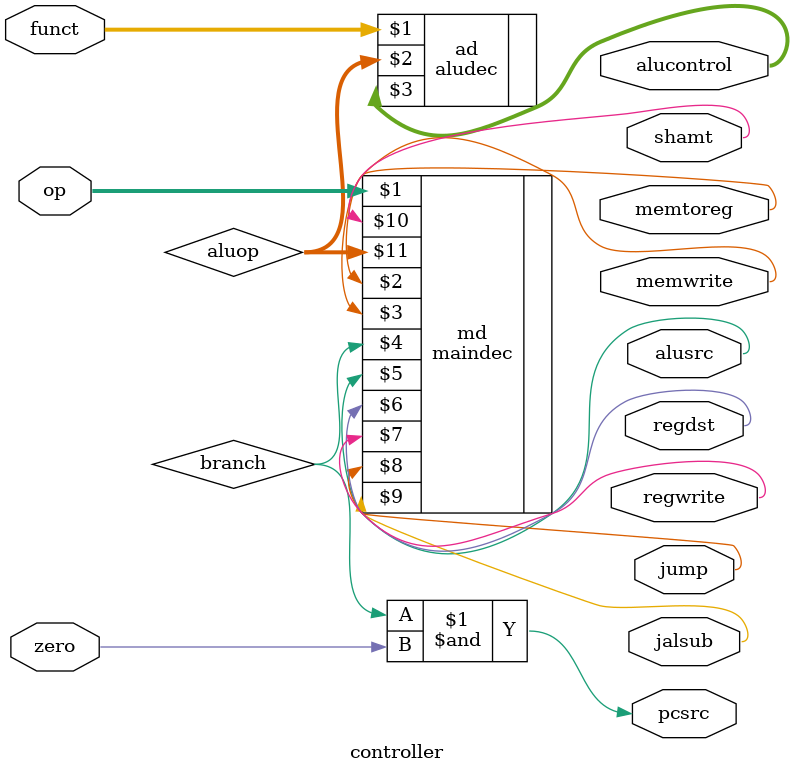
<source format=sv>
`timescale 1ns / 1ps


module controller(input logic[5:0] op, funct,
input logic zero,
output logic memtoreg, memwrite,
output logic pcsrc, alusrc,
output logic regdst, regwrite,
output logic jump,
output logic jalsub,
output logic shamt,
output logic[2:0] alucontrol);

    logic [1:0] aluop;
    logic branch;
    
    maindec md (op, memtoreg, memwrite, branch, alusrc, regdst, regwrite,
    jump, jalsub, shamt, aluop); // Decoder for the multiplexer signals per instruction
    aludec ad (funct, aluop, alucontrol); // Decoder for the ALU signals per instruction
    assign pcsrc = branch & zero; // Signal for the PC's branch multiplexer
    
endmodule

</source>
